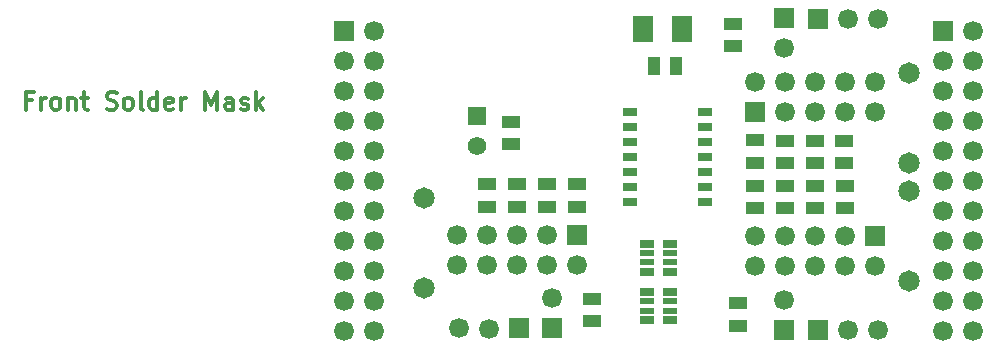
<source format=gts>
G04 (created by PCBNEW (2013-07-07 BZR 4022)-stable) date 18/12/2013 15:58:05*
%MOIN*%
G04 Gerber Fmt 3.4, Leading zero omitted, Abs format*
%FSLAX34Y34*%
G01*
G70*
G90*
G04 APERTURE LIST*
%ADD10C,0.00590551*%
%ADD11C,0.011811*%
%ADD12R,0.0612992X0.0612992*%
%ADD13C,0.0612992*%
%ADD14R,0.0412992X0.0612992*%
%ADD15R,0.0662992X0.0862992*%
%ADD16R,0.0662992X0.0662992*%
%ADD17C,0.0662992*%
%ADD18R,0.0512992X0.0262992*%
%ADD19R,0.0612992X0.0412992*%
%ADD20C,0.0712992*%
%ADD21R,0.0515748X0.0311024*%
%ADD22R,0.0515748X0.023622*%
G04 APERTURE END LIST*
G54D10*
G54D11*
X28464Y-36189D02*
X28267Y-36189D01*
X28267Y-36498D02*
X28267Y-35908D01*
X28548Y-35908D01*
X28773Y-36498D02*
X28773Y-36105D01*
X28773Y-36217D02*
X28802Y-36161D01*
X28830Y-36133D01*
X28886Y-36105D01*
X28942Y-36105D01*
X29223Y-36498D02*
X29167Y-36470D01*
X29139Y-36442D01*
X29111Y-36386D01*
X29111Y-36217D01*
X29139Y-36161D01*
X29167Y-36133D01*
X29223Y-36105D01*
X29308Y-36105D01*
X29364Y-36133D01*
X29392Y-36161D01*
X29420Y-36217D01*
X29420Y-36386D01*
X29392Y-36442D01*
X29364Y-36470D01*
X29308Y-36498D01*
X29223Y-36498D01*
X29673Y-36105D02*
X29673Y-36498D01*
X29673Y-36161D02*
X29701Y-36133D01*
X29758Y-36105D01*
X29842Y-36105D01*
X29898Y-36133D01*
X29926Y-36189D01*
X29926Y-36498D01*
X30123Y-36105D02*
X30348Y-36105D01*
X30208Y-35908D02*
X30208Y-36414D01*
X30236Y-36470D01*
X30292Y-36498D01*
X30348Y-36498D01*
X30967Y-36470D02*
X31051Y-36498D01*
X31192Y-36498D01*
X31248Y-36470D01*
X31276Y-36442D01*
X31304Y-36386D01*
X31304Y-36330D01*
X31276Y-36273D01*
X31248Y-36245D01*
X31192Y-36217D01*
X31079Y-36189D01*
X31023Y-36161D01*
X30995Y-36133D01*
X30967Y-36077D01*
X30967Y-36020D01*
X30995Y-35964D01*
X31023Y-35936D01*
X31079Y-35908D01*
X31220Y-35908D01*
X31304Y-35936D01*
X31642Y-36498D02*
X31586Y-36470D01*
X31557Y-36442D01*
X31529Y-36386D01*
X31529Y-36217D01*
X31557Y-36161D01*
X31586Y-36133D01*
X31642Y-36105D01*
X31726Y-36105D01*
X31782Y-36133D01*
X31811Y-36161D01*
X31839Y-36217D01*
X31839Y-36386D01*
X31811Y-36442D01*
X31782Y-36470D01*
X31726Y-36498D01*
X31642Y-36498D01*
X32176Y-36498D02*
X32120Y-36470D01*
X32092Y-36414D01*
X32092Y-35908D01*
X32654Y-36498D02*
X32654Y-35908D01*
X32654Y-36470D02*
X32598Y-36498D01*
X32485Y-36498D01*
X32429Y-36470D01*
X32401Y-36442D01*
X32373Y-36386D01*
X32373Y-36217D01*
X32401Y-36161D01*
X32429Y-36133D01*
X32485Y-36105D01*
X32598Y-36105D01*
X32654Y-36133D01*
X33160Y-36470D02*
X33104Y-36498D01*
X32992Y-36498D01*
X32935Y-36470D01*
X32907Y-36414D01*
X32907Y-36189D01*
X32935Y-36133D01*
X32992Y-36105D01*
X33104Y-36105D01*
X33160Y-36133D01*
X33188Y-36189D01*
X33188Y-36245D01*
X32907Y-36302D01*
X33442Y-36498D02*
X33442Y-36105D01*
X33442Y-36217D02*
X33470Y-36161D01*
X33498Y-36133D01*
X33554Y-36105D01*
X33610Y-36105D01*
X34257Y-36498D02*
X34257Y-35908D01*
X34454Y-36330D01*
X34651Y-35908D01*
X34651Y-36498D01*
X35185Y-36498D02*
X35185Y-36189D01*
X35157Y-36133D01*
X35101Y-36105D01*
X34988Y-36105D01*
X34932Y-36133D01*
X35185Y-36470D02*
X35129Y-36498D01*
X34988Y-36498D01*
X34932Y-36470D01*
X34904Y-36414D01*
X34904Y-36358D01*
X34932Y-36302D01*
X34988Y-36273D01*
X35129Y-36273D01*
X35185Y-36245D01*
X35438Y-36470D02*
X35494Y-36498D01*
X35607Y-36498D01*
X35663Y-36470D01*
X35691Y-36414D01*
X35691Y-36386D01*
X35663Y-36330D01*
X35607Y-36302D01*
X35523Y-36302D01*
X35466Y-36273D01*
X35438Y-36217D01*
X35438Y-36189D01*
X35466Y-36133D01*
X35523Y-36105D01*
X35607Y-36105D01*
X35663Y-36133D01*
X35944Y-36498D02*
X35944Y-35908D01*
X36001Y-36273D02*
X36169Y-36498D01*
X36169Y-36105D02*
X35944Y-36330D01*
G54D12*
X43307Y-36724D03*
G54D13*
X43307Y-37724D03*
G54D14*
X49951Y-35059D03*
X49201Y-35059D03*
G54D15*
X50138Y-33809D03*
X48838Y-33809D03*
G54D16*
X38870Y-33870D03*
G54D17*
X39870Y-33870D03*
X38870Y-34870D03*
X39870Y-34870D03*
X38870Y-35870D03*
X39870Y-35870D03*
X38870Y-36870D03*
X39870Y-36870D03*
X38870Y-37870D03*
X39870Y-37870D03*
X38870Y-38870D03*
X39870Y-38870D03*
X38870Y-39870D03*
X39870Y-39870D03*
X38870Y-40870D03*
X39870Y-40870D03*
X38870Y-41870D03*
X39870Y-41870D03*
X38870Y-42870D03*
X39870Y-42870D03*
X38870Y-43870D03*
X39870Y-43870D03*
G54D16*
X58850Y-33870D03*
G54D17*
X59850Y-33870D03*
X58850Y-34870D03*
X59850Y-34870D03*
X58850Y-35870D03*
X59850Y-35870D03*
X58850Y-36870D03*
X59850Y-36870D03*
X58850Y-37870D03*
X59850Y-37870D03*
X58850Y-38870D03*
X59850Y-38870D03*
X58850Y-39870D03*
X59850Y-39870D03*
X58850Y-40870D03*
X59850Y-40870D03*
X58850Y-41870D03*
X59850Y-41870D03*
X58850Y-42870D03*
X59850Y-42870D03*
X58850Y-43870D03*
X59850Y-43870D03*
G54D18*
X48394Y-36570D03*
X48394Y-37070D03*
X48394Y-37570D03*
X48394Y-38070D03*
X48394Y-38570D03*
X48394Y-39070D03*
X48394Y-39570D03*
X50894Y-39570D03*
X50894Y-39070D03*
X50894Y-38070D03*
X50894Y-37570D03*
X50894Y-37070D03*
X50894Y-36570D03*
X50894Y-38570D03*
G54D19*
X43641Y-38995D03*
X43641Y-39745D03*
X54566Y-38288D03*
X54566Y-37538D03*
X55551Y-38288D03*
X55551Y-37538D03*
X53582Y-38288D03*
X53582Y-37538D03*
X51850Y-33630D03*
X51850Y-34380D03*
X52578Y-38268D03*
X52578Y-37518D03*
X52578Y-39034D03*
X52578Y-39784D03*
X51998Y-43701D03*
X51998Y-42951D03*
X53562Y-39034D03*
X53562Y-39784D03*
X44645Y-38995D03*
X44645Y-39745D03*
X54566Y-39034D03*
X54566Y-39784D03*
X45649Y-38995D03*
X45649Y-39745D03*
X47145Y-43554D03*
X47145Y-42804D03*
X46653Y-38995D03*
X46653Y-39745D03*
X55570Y-39034D03*
X55570Y-39784D03*
X44429Y-36908D03*
X44429Y-37658D03*
G54D20*
X57696Y-38291D03*
X57696Y-35291D03*
X41531Y-39429D03*
X41531Y-42429D03*
X57716Y-39208D03*
X57716Y-42208D03*
G54D16*
X52566Y-36582D03*
G54D17*
X52566Y-35582D03*
X53566Y-36582D03*
X53566Y-35582D03*
X54566Y-36582D03*
X54566Y-35582D03*
X55566Y-36582D03*
X55566Y-35582D03*
X56566Y-36582D03*
X56566Y-35582D03*
G54D16*
X46645Y-40681D03*
G54D17*
X46645Y-41681D03*
X45645Y-40681D03*
X45645Y-41681D03*
X44645Y-40681D03*
X44645Y-41681D03*
X43645Y-40681D03*
X43645Y-41681D03*
X42645Y-40681D03*
X42645Y-41681D03*
G54D16*
X56566Y-40700D03*
G54D17*
X56566Y-41700D03*
X55566Y-40700D03*
X55566Y-41700D03*
X54566Y-40700D03*
X54566Y-41700D03*
X53566Y-40700D03*
X53566Y-41700D03*
X52566Y-40700D03*
X52566Y-41700D03*
G54D16*
X54669Y-33464D03*
G54D17*
X55669Y-33464D03*
X56669Y-33464D03*
G54D16*
X54669Y-43838D03*
G54D17*
X55669Y-43838D03*
X56669Y-43838D03*
G54D16*
X44710Y-43769D03*
G54D17*
X43710Y-43809D03*
X42710Y-43769D03*
G54D16*
X53553Y-43846D03*
G54D17*
X53553Y-42846D03*
G54D16*
X53553Y-33456D03*
G54D17*
X53553Y-34456D03*
G54D16*
X45807Y-43767D03*
G54D17*
X45807Y-42767D03*
G54D21*
X49744Y-41909D03*
G54D22*
X49744Y-41594D03*
X49744Y-41279D03*
G54D21*
X49744Y-40964D03*
X48972Y-41909D03*
G54D22*
X48972Y-41594D03*
X48972Y-41279D03*
G54D21*
X48972Y-40964D03*
X49744Y-43513D03*
G54D22*
X49744Y-43198D03*
X49744Y-42883D03*
G54D21*
X49744Y-42568D03*
X48972Y-43513D03*
G54D22*
X48972Y-43198D03*
X48972Y-42883D03*
G54D21*
X48972Y-42568D03*
M02*

</source>
